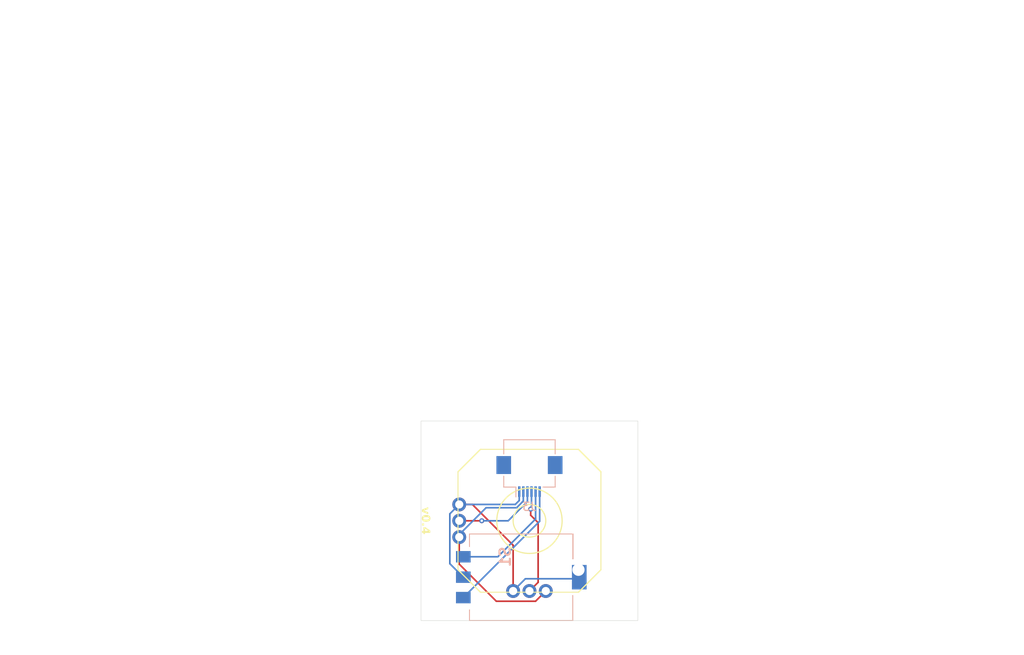
<source format=kicad_pcb>
(kicad_pcb (version 20241229) (generator "pcbnew") (generator_version "9.0")
  (layers (0 "F.Cu" signal) (2 "B.Cu" signal) (13 "F.Paste" user) (15 "B.Paste" user) (5 "F.SilkS" user "F.Silkscreen") (7 "B.SilkS" user "B.Silkscreen") (1 "F.Mask" user) (3 "B.Mask" user) (25 "Edge.Cuts" user))
  (net 0 "")
  (net 1 "ENC_B")
  (net 2 "GND")
  (net 3 "VCC")
  (net 4 "ENC_A")
  (net 5 "AD_Y")
  (net 6 "AD_X")
  (footprint "kbd_Hole:m2_Screw_Hole" (layer "F.Cu") (at 96.6875 75.4375)
    (property "Reference" "H2")
    (property "Value" "MountingHole")
    (pad "" np_thru_hole circle (at 0 0) (size 2.2 2.2) (drill 2.2) (layers "*.Cu" "*.Mask"))
  )
  (footprint "kbd_Hole:m2_Screw_Hole" (layer "F.Cu") (at 96.6875 94.5625)
    (property "Reference" "H3")
    (property "Value" "MountingHole")
    (pad "" np_thru_hole circle (at 0 0) (size 2.2 2.2) (drill 2.2) (layers "*.Cu" "*.Mask"))
  )
  (footprint "kbd_Hole:m2_Screw_Hole" (layer "F.Cu") (at 75.4375 94.5625)
    (property "Reference" "H4")
    (property "Value" "MountingHole")
    (pad "" np_thru_hole circle (at 0 0) (size 2.2 2.2) (drill 2.2) (layers "*.Cu" "*.Mask"))
  )
  (footprint "kbd_Hole:m2_Screw_Hole" (layer "F.Cu") (at 75.4375 75.4375)
    (property "Reference" "H1")
    (property "Value" "MountingHole")
    (pad "" np_thru_hole circle (at 0 0) (size 2.2 2.2) (drill 2.2) (layers "*.Cu" "*.Mask"))
  )
  (footprint "Sekitei:JT8P-3.2T" (layer "F.Cu") (at 86.0625 85 180)
    (property "Reference" "U2" (hide yes))
    (property "Value" "JT8P-3.2T")
    (fp_line (start 8.75 6) (end 8.75 -6) (stroke (width 0.12)) (layer "F.SilkS"))
    (fp_line (start 8.75 6) (end 6 8.75) (stroke (width 0.15)) (layer "F.SilkS"))
    (fp_line (start 8.75 -6) (end 6 -8.75) (stroke (width 0.15)) (layer "F.SilkS"))
    (fp_line (start 6 8.75) (end -6 8.75) (stroke (width 0.12)) (layer "F.SilkS"))
    (fp_line (start 6 -8.75) (end -6 -8.75) (stroke (width 0.12)) (layer "F.SilkS"))
    (fp_line (start -8.75 6) (end -6 8.75) (stroke (width 0.15)) (layer "F.SilkS"))
    (fp_line (start -8.75 6) (end -8.75 -6) (stroke (width 0.12)) (layer "F.SilkS"))
    (fp_line (start -8.75 -6) (end -6 -8.75) (stroke (width 0.15)) (layer "F.SilkS"))
    (fp_circle (center 0 0) (end 4 0) (stroke (width 0.15)) (fill no) (layer "F.SilkS"))
    (fp_circle (center 0 0) (end 2 0) (stroke (width 0.15)) (fill no) (layer "F.SilkS"))
    (pad "" np_thru_hole circle (at -6 -6 180) (size 1.5 1.5) (drill 1.5) (layers "*.Cu" "*.Mask"))
    (pad "" np_thru_hole circle (at 6 6 180) (size 1.5 1.5) (drill 1.5) (layers "*.Cu" "*.Mask"))
    (pad "1" thru_hole circle (at 8.6 2 180) (size 1.7 1.7) (drill 1) (layers "*.Cu" "*.Mask") (net 2 "GND"))
    (pad "2" thru_hole circle (at 8.6 0 180) (size 1.7 1.7) (drill 1) (layers "*.Cu" "*.Mask") (net 6 "AD_X"))
    (pad "3" thru_hole circle (at 8.6 -2 180) (size 1.7 1.7) (drill 1) (layers "*.Cu" "*.Mask") (net 3 "VCC"))
    (pad "4" thru_hole circle (at 2 -8.6 180) (size 1.7 1.7) (drill 1) (layers "*.Cu" "*.Mask") (net 2 "GND"))
    (pad "5" thru_hole circle (at 0 -8.6 180) (size 1.7 1.7) (drill 1) (layers "*.Cu" "*.Mask") (net 5 "AD_Y"))
    (pad "6" thru_hole circle (at -2 -8.6 180) (size 1.7 1.7) (drill 1) (layers "*.Cu" "*.Mask") (net 3 "VCC"))
  )
  (footprint "Connector_FFC-FPC:Hirose_FH12-6S-0.5SH_1x06-1MP_P0.50mm_Horizontal" (layer "B.Cu") (at 86.0625 79.575)
    (property "Reference" "J3" (at 0 3.7 180) (layer "B.SilkS") (effects (justify mirror)))
    (property "Value" "Conn_01x06_Socket")
    (fp_line (start -3.15 -4.5) (end 3.15 -4.5) (stroke (width 0.12)) (layer "B.SilkS"))
    (fp_line (start -3.15 -2.76) (end -3.15 -4.5) (stroke (width 0.12)) (layer "B.SilkS"))
    (fp_line (start -3.15 1.3) (end -3.15 -0.04) (stroke (width 0.12)) (layer "B.SilkS"))
    (fp_line (start -1.66 1.3) (end -3.15 1.3) (stroke (width 0.12)) (layer "B.SilkS"))
    (fp_line (start -1.66 1.3) (end -1.66 2.5) (stroke (width 0.12)) (layer "B.SilkS"))
    (fp_line (start 1.66 1.3) (end 3.15 1.3) (stroke (width 0.12)) (layer "B.SilkS"))
    (fp_line (start 3.15 -4.5) (end 3.15 -2.76) (stroke (width 0.12)) (layer "B.SilkS"))
    (fp_line (start 3.15 1.3) (end 3.15 -0.04) (stroke (width 0.12)) (layer "B.SilkS"))
    (pad "1" smd rect (at -1.25 1.85) (size 0.3 1.3) (layers "B.Cu" "B.Mask" "B.Paste") (net 2 "GND"))
    (pad "2" smd rect (at -0.75 1.85) (size 0.3 1.3) (layers "B.Cu" "B.Mask" "B.Paste") (net 3 "VCC"))
    (pad "3" smd rect (at -0.25 1.85) (size 0.3 1.3) (layers "B.Cu" "B.Mask" "B.Paste") (net 6 "AD_X"))
    (pad "4" smd rect (at 0.25 1.85) (size 0.3 1.3) (layers "B.Cu" "B.Mask" "B.Paste") (net 5 "AD_Y"))
    (pad "5" smd rect (at 0.75 1.85) (size 0.3 1.3) (layers "B.Cu" "B.Mask" "B.Paste") (net 1 "ENC_B"))
    (pad "6" smd rect (at 1.25 1.85) (size 0.3 1.3) (layers "B.Cu" "B.Mask" "B.Paste") (net 4 "ENC_A"))
    (pad "MP" smd rect (at -3.15 -1.4) (size 1.8 2.2) (layers "B.Cu" "B.Mask" "B.Paste"))
    (pad "MP" smd rect (at 3.15 -1.4) (size 1.8 2.2) (layers "B.Cu" "B.Mask" "B.Paste"))
  )
  (footprint "Sekitei:EVQVVD00203B" (layer "B.Cu") (at 86.0875 91.90625 90)
    (property "Reference" "S1" (at 2.5 -3 270) (layer "B.SilkS") (effects (font (size 1.27 1.27) (thickness 0.254)) (justify mirror)))
    (property "Value" "EVQ-VVD00203B" (hide yes))
    (fp_line (start -2.5 -10.025) (end -2.5 -10.025) (stroke (width 0.2)) (layer "B.SilkS"))
    (fp_line (start -2.6 -10.025) (end -2.6 -10.025) (stroke (width 0.2)) (layer "B.SilkS"))
    (fp_line (start -2.6 -10.025) (end -2.6 -10.025) (stroke (width 0.2)) (layer "B.SilkS"))
    (fp_line (start 5.3 -7.375) (end 5.3 -7.375) (stroke (width 0.1)) (layer "B.SilkS"))
    (fp_line (start 5.3 -7.375) (end 5.3 -7.375) (stroke (width 0.1)) (layer "B.SilkS"))
    (fp_line (start 5.3 -7.375) (end 3.75 -7.375) (stroke (width 0.1)) (layer "B.SilkS"))
    (fp_line (start 5.3 -7.375) (end 5.3 5.275) (stroke (width 0.1)) (layer "B.SilkS"))
    (fp_line (start 3.75 -7.375) (end 5.3 -7.375) (stroke (width 0.1)) (layer "B.SilkS"))
    (fp_line (start 3.75 -7.375) (end 3.75 -7.375) (stroke (width 0.1)) (layer "B.SilkS"))
    (fp_line (start -4 -7.375) (end -4 -7.375) (stroke (width 0.1)) (layer "B.SilkS"))
    (fp_line (start -4 -7.375) (end -5.3 -7.375) (stroke (width 0.1)) (layer "B.SilkS"))
    (fp_line (start -5.3 -7.375) (end -4 -7.375) (stroke (width 0.1)) (layer "B.SilkS"))
    (fp_line (start -5.3 -7.375) (end -5.3 -7.375) (stroke (width 0.1)) (layer "B.SilkS"))
    (fp_line (start -5.3 -7.375) (end -5.3 -7.375) (stroke (width 0.1)) (layer "B.SilkS"))
    (fp_line (start -5.3 -7.375) (end -5.3 5.275) (stroke (width 0.1)) (layer "B.SilkS"))
    (fp_line (start 5.3 5.275) (end 5.3 -7.375) (stroke (width 0.1)) (layer "B.SilkS"))
    (fp_line (start 5.3 5.275) (end 5.3 5.275) (stroke (width 0.1)) (layer "B.SilkS"))
    (fp_line (start 5.3 5.275) (end 2.25 5.275) (stroke (width 0.1)) (layer "B.SilkS"))
    (fp_line (start 2.25 5.275) (end 2.25 5.325) (stroke (width 0.1)) (layer "B.SilkS"))
    (fp_line (start -2.25 5.275) (end -2.25 5.275) (stroke (width 0.1)) (layer "B.SilkS"))
    (fp_line (start -2.25 5.275) (end -5.3 5.275) (stroke (width 0.1)) (layer "B.SilkS"))
    (fp_line (start -5.3 5.275) (end -5.3 -7.375) (stroke (width 0.1)) (layer "B.SilkS"))
    (fp_line (start -5.3 5.275) (end -2.25 5.275) (stroke (width 0.1)) (layer "B.SilkS"))
    (fp_line (start -5.3 5.275) (end -5.3 5.275) (stroke (width 0.1)) (layer "B.SilkS"))
    (fp_line (start -5.3 5.275) (end -5.3 5.275) (stroke (width 0.1)) (layer "B.SilkS"))
    (fp_line (start 5.3 5.325) (end 5.3 5.275) (stroke (width 0.1)) (layer "B.SilkS"))
    (fp_line (start 2.25 5.325) (end 5.3 5.325) (stroke (width 0.1)) (layer "B.SilkS"))
    (fp_arc (start -2.5 -10.025) (mid -2.55 -9.975) (end -2.6 -10.025) (stroke (width 0.2)) (layer "B.SilkS"))
    (fp_arc (start -2.6 -10.025) (mid -2.55 -10.075) (end -2.5 -10.025) (stroke (width 0.2)) (layer "B.SilkS"))
    (fp_arc (start -2.6 -10.025) (mid -2.55 -10.075) (end -2.5 -10.025) (stroke (width 0.2)) (layer "B.SilkS"))
    (pad "" np_thru_hole circle (at -4 -0.025 90) (size 1.4 1.4) (drill 1.4) (layers "*.Cu" "*.Mask"))
    (pad "" np_thru_hole circle (at 4 -0.025 90) (size 1.15 1.15) (drill 1.15) (layers "*.Cu" "*.Mask"))
    (pad "1" smd rect (at -2.5 -8.125 90) (size 1.4 1.8) (layers "B.Cu" "B.Mask" "B.Paste") (net 4 "ENC_A"))
    (pad "2" smd rect (at 0 -8.125 90) (size 1.4 1.8) (layers "B.Cu" "B.Mask" "B.Paste") (net 2 "GND"))
    (pad "3" smd rect (at 2.5 -8.125 90) (size 1.4 1.8) (layers "B.Cu" "B.Mask" "B.Paste") (net 1 "ENC_B"))
    (pad "4" smd rect (at 0 6.075) (size 1.8 3) (layers "B.Cu" "B.Mask" "B.Paste") (net 2 "GND"))
  )
  (gr_rect (start 72.78125 72.78125) (end 99.34375 97.21875) (stroke (width 0.05)) (fill no) (layer "Edge.Cuts"))
  (gr_text "v0.4" (at 73.3125 85 270) (layer "F.SilkS") (effects (font (size 1 1) (thickness 0.25) (bold yes))))
  (segment (start 86.8125 84.78125) (end 86.8125 81.425) (width 0.2) (layer "B.Cu") (net 1))
  (segment (start 82.1875 89.40625) (end 86.8125 84.78125) (width 0.2) (layer "B.Cu") (net 1))
  (segment (start 77.9625 89.40625) (end 82.1875 89.40625) (width 0.2) (layer "B.Cu") (net 1))
  (segment (start 84.0625 87.993807) (end 79.068693 83) (width 0.2) (layer "F.Cu") (net 2))
  (segment (start 79.068693 83) (end 77.4625 83) (width 0.2) (layer "F.Cu") (net 2))
  (segment (start 84.0625 93.6) (end 84.0625 87.993807) (width 0.2) (layer "F.Cu") (net 2))
  (segment (start 76.3115 90.25525) (end 76.3115 84.151) (width 0.2) (layer "B.Cu") (net 2))
  (segment (start 84.0625 93.6) (end 85.5615 92.101) (width 0.2) (layer "B.Cu") (net 2))
  (segment (start 84.8125 81.425) (end 84.8125 82.513325) (width 0.2) (layer "B.Cu") (net 2))
  (segment (start 84.325825 83) (end 77.4625 83) (width 0.2) (layer "B.Cu") (net 2))
  (segment (start 77.9625 91.90625) (end 76.3115 90.25525) (width 0.2) (layer "B.Cu") (net 2))
  (segment (start 84.8125 82.513325) (end 84.325825 83) (width 0.2) (layer "B.Cu") (net 2))
  (segment (start 85.5615 92.101) (end 92.1625 92.101) (width 0.2) (layer "B.Cu") (net 2))
  (segment (start 76.3115 84.151) (end 77.4625 83) (width 0.2) (layer "B.Cu") (net 2))
  (segment (start 86.80725 94.85525) (end 88.0625 93.6) (width 0.2) (layer "F.Cu") (net 3))
  (segment (start 77.4625 90.3125) (end 82.00525 94.85525) (width 0.2) (layer "F.Cu") (net 3))
  (segment (start 82.00525 94.85525) (end 86.80725 94.85525) (width 0.2) (layer "F.Cu") (net 3))
  (segment (start 77.4625 87) (end 77.4625 90.3125) (width 0.2) (layer "F.Cu") (net 3))
  (segment (start 85.2135 82.6615) (end 85.2135 82.679425) (width 0.2) (layer "B.Cu") (net 3))
  (segment (start 84.491925 83.401) (end 80.75525 83.401) (width 0.2) (layer "B.Cu") (net 3))
  (segment (start 85.2135 82.679425) (end 84.491925 83.401) (width 0.2) (layer "B.Cu") (net 3))
  (segment (start 85.3125 81.425) (end 85.3125 82.5625) (width 0.2) (layer "B.Cu") (net 3))
  (segment (start 77.4625 86.69375) (end 77.4625 87) (width 0.2) (layer "B.Cu") (net 3))
  (segment (start 85.3125 82.5625) (end 85.2135 82.6615) (width 0.2) (layer "B.Cu") (net 3))
  (segment (start 80.75525 83.401) (end 77.4625 86.69375) (width 0.2) (layer "B.Cu") (net 3))
  (segment (start 87.3125 81.425) (end 87.3125 85.05625) (width 0.2) (layer "B.Cu") (net 4))
  (segment (start 87.3125 85.05625) (end 77.9625 94.40625) (width 0.2) (layer "B.Cu") (net 4))
  (segment (start 86.2125 83.573527) (end 86.2125 84.31875) (width 0.2) (layer "F.Cu") (net 5))
  (segment (start 86.2125 84.31875) (end 87.125 85.23125) (width 0.2) (layer "F.Cu") (net 5))
  (segment (start 87.125 85.23125) (end 87.125 92.5375) (width 0.2) (layer "F.Cu") (net 5))
  (segment (start 87.125 92.5375) (end 86.0625 93.6) (width 0.2) (layer "F.Cu") (net 5))
  (via (at 86.2125 83.573527) (size 0.6) (drill 0.3) (layers "F.Cu" "B.Cu") (net 5))
  (segment (start 86.2125 83.573527) (end 86.3125 83.473527) (width 0.2) (layer "B.Cu") (net 5))
  (segment (start 86.3125 83.473527) (end 86.3125 81.425) (width 0.2) (layer "B.Cu") (net 5))
  (segment (start 80.21875 85) (end 77.4625 85) (width 0.2) (layer "F.Cu") (net 6))
  (via (at 80.21875 85) (size 0.6) (drill 0.3) (layers "F.Cu" "B.Cu") (net 6))
  (segment (start 85.8125 82.647525) (end 85.8125 81.425) (width 0.2) (layer "B.Cu") (net 6))
  (segment (start 83.460025 85) (end 85.8125 82.647525) (width 0.2) (layer "B.Cu") (net 6))
  (segment (start 80.21875 85) (end 83.460025 85) (width 0.2) (layer "B.Cu") (net 6))
)
</source>
